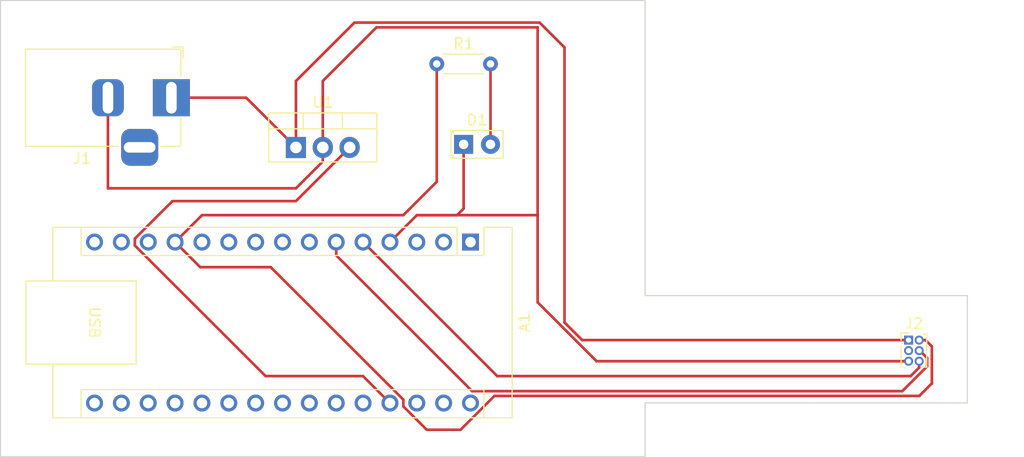
<source format=kicad_pcb>
(kicad_pcb (version 20211014) (generator pcbnew)
  (layers (0 "F.Cu" signal) (31 "B.Cu" signal) (34 "B.Paste" user) (35 "F.Paste" user) (36 "B.SilkS" user "B.Silkscreen") (37 "F.SilkS" user "F.Silkscreen") (38 "B.Mask" user) (39 "F.Mask" user) (44 "Edge.Cuts" user))
  (net 0 "")
  (net 4 "Net-(D1-Pad1)")
  (net 5 "Net-(J2-Pad6)")
  (net 6 "Net-(J2-Pad4)")
  (net 12 "Net-(A1-Pad12)")
  (net 27 "Net-(U1-Pad3)")
  (net 31 "Net-(R1-Pad2)")
  (net 32 "Net-(J2-Pad1)")
  (footprint "Module:Arduino_Nano" (layer "F.Cu") (at 92.71 73.67 -90)
    (fp_text reference "A1" (at 7.62 -5.08 90) (layer "F.SilkS"))
    (fp_text value "Arduino Nano")
    (fp_text user "USB" (at 7.62 35.56 -90 unlocked) (layer "F.SilkS"))
    (fp_line (start 11.56 31.62) (end 11.56 42.04) (layer "F.SilkS") (width 0.12))
    (fp_line (start -1.4 1.27) (end -1.4 39.5) (layer "F.SilkS") (width 0.12))
    (fp_line (start 3.68 42.04) (end 3.68 31.62) (layer "F.SilkS") (width 0.12))
    (fp_line (start 1.27 36.83) (end -1.4 36.83) (layer "F.SilkS") (width 0.12))
    (fp_line (start 16.64 39.5) (end 16.64 -3.94) (layer "F.SilkS") (width 0.12))
    (fp_line (start 13.97 -1.27) (end 16.64 -1.27) (layer "F.SilkS") (width 0.12))
    (fp_line (start 16.64 39.5) (end 11.56 39.5) (layer "F.SilkS") (width 0.12))
    (fp_line (start 1.27 1.27) (end 1.27 36.83) (layer "F.SilkS") (width 0.12))
    (fp_line (start 13.97 -1.27) (end 13.97 36.83) (layer "F.SilkS") (width 0.12))
    (fp_line (start 1.27 -1.27) (end -1.4 -1.27) (layer "F.SilkS") (width 0.12))
    (fp_line (start 11.56 42.04) (end 3.68 42.04) (layer "F.SilkS") (width 0.12))
    (fp_line (start 1.27 1.27) (end -1.4 1.27) (layer "F.SilkS") (width 0.12))
    (fp_line (start -1.4 -3.94) (end -1.4 -1.27) (layer "F.SilkS") (width 0.12))
    (fp_line (start 13.97 36.83) (end 16.64 36.83) (layer "F.SilkS") (width 0.12))
    (fp_line (start 16.64 -3.94) (end -1.4 -3.94) (layer "F.SilkS") (width 0.12))
    (fp_line (start 3.68 31.62) (end 11.56 31.62) (layer "F.SilkS") (width 0.12))
    (fp_line (start -1.4 39.5) (end 3.68 39.5) (layer "F.SilkS") (width 0.12))
    (fp_line (start 1.27 1.27) (end 1.27 -1.27) (layer "F.SilkS") (width 0.12))
    (pad "1" thru_hole rect (at 0 0 270) (size 1.6 1.6) (drill 1) (layers *.Cu *.Mask))
    (pad "2" thru_hole oval (at 0 2.54 270) (size 1.6 1.6) (drill 1) (layers *.Cu *.Mask))
    (pad "3" thru_hole oval (at 0 5.08 270) (size 1.6 1.6) (drill 1) (layers *.Cu *.Mask))
    (pad "4" thru_hole oval (at 0 7.62 270) (size 1.6 1.6) (drill 1) (layers *.Cu *.Mask) (net 4 "Net-(D1-Pad1)"))
    (pad "5" thru_hole oval (at 0 10.16 270) (size 1.6 1.6) (drill 1) (layers *.Cu *.Mask) (net 5 "Net-(J2-Pad6)"))
    (pad "6" thru_hole oval (at 0 12.7 270) (size 1.6 1.6) (drill 1) (layers *.Cu *.Mask) (net 6 "Net-(J2-Pad4)"))
    (pad "7" thru_hole oval (at 0 15.24 270) (size 1.6 1.6) (drill 1) (layers *.Cu *.Mask))
    (pad "8" thru_hole oval (at 0 17.78 270) (size 1.6 1.6) (drill 1) (layers *.Cu *.Mask))
    (pad "9" thru_hole oval (at 0 20.32 270) (size 1.6 1.6) (drill 1) (layers *.Cu *.Mask))
    (pad "10" thru_hole oval (at 0 22.86 270) (size 1.6 1.6) (drill 1) (layers *.Cu *.Mask))
    (pad "11" thru_hole oval (at 0 25.4 270) (size 1.6 1.6) (drill 1) (layers *.Cu *.Mask))
    (pad "12" thru_hole oval (at 0 27.94 270) (size 1.6 1.6) (drill 1) (layers *.Cu *.Mask) (net 12 "Net-(A1-Pad12)"))
    (pad "13" thru_hole oval (at 0 30.48 270) (size 1.6 1.6) (drill 1) (layers *.Cu *.Mask))
    (pad "14" thru_hole oval (at 0 33.02 270) (size 1.6 1.6) (drill 1) (layers *.Cu *.Mask))
    (pad "15" thru_hole oval (at 0 35.56 270) (size 1.6 1.6) (drill 1) (layers *.Cu *.Mask))
    (pad "16" thru_hole oval (at 15.24 35.56 270) (size 1.6 1.6) (drill 1) (layers *.Cu *.Mask))
    (pad "17" thru_hole oval (at 15.24 33.02 270) (size 1.6 1.6) (drill 1) (layers *.Cu *.Mask))
    (pad "18" thru_hole oval (at 15.24 30.48 270) (size 1.6 1.6) (drill 1) (layers *.Cu *.Mask))
    (pad "19" thru_hole oval (at 15.24 27.94 270) (size 1.6 1.6) (drill 1) (layers *.Cu *.Mask))
    (pad "20" thru_hole oval (at 15.24 25.4 270) (size 1.6 1.6) (drill 1) (layers *.Cu *.Mask))
    (pad "21" thru_hole oval (at 15.24 22.86 270) (size 1.6 1.6) (drill 1) (layers *.Cu *.Mask))
    (pad "22" thru_hole oval (at 15.24 20.32 270) (size 1.6 1.6) (drill 1) (layers *.Cu *.Mask))
    (pad "23" thru_hole oval (at 15.24 17.78 270) (size 1.6 1.6) (drill 1) (layers *.Cu *.Mask))
    (pad "24" thru_hole oval (at 15.24 15.24 270) (size 1.6 1.6) (drill 1) (layers *.Cu *.Mask))
    (pad "25" thru_hole oval (at 15.24 12.7 270) (size 1.6 1.6) (drill 1) (layers *.Cu *.Mask))
    (pad "26" thru_hole oval (at 15.24 10.16 270) (size 1.6 1.6) (drill 1) (layers *.Cu *.Mask))
    (pad "27" thru_hole oval (at 15.24 7.62 270) (size 1.6 1.6) (drill 1) (layers *.Cu *.Mask) (net 27 "Net-(U1-Pad3)"))
    (pad "28" thru_hole oval (at 15.24 5.08 270) (size 1.6 1.6) (drill 1) (layers *.Cu *.Mask))
    (pad "29" thru_hole oval (at 15.24 2.54 270) (size 1.6 1.6) (drill 1) (layers *.Cu *.Mask))
    (pad "30" thru_hole oval (at 15.24 0 270) (size 1.6 1.6) (drill 1) (layers *.Cu *.Mask))
  )
  (footprint "Package_TO_SOT_THT:TO-220-3_Vertical" (layer "F.Cu") (at 76.2 64.71)
    (fp_text reference "U1" (at 2.54 -4.27) (layer "F.SilkS"))
    (fp_text value "L7805")
    (fp_line (start -2.58 -3.27) (end -2.58 1.371) (layer "F.SilkS") (width 0.12))
    (fp_line (start -2.58 1.371) (end 7.66 1.371) (layer "F.SilkS") (width 0.12))
    (fp_line (start -2.58 -1.76) (end 7.66 -1.76) (layer "F.SilkS") (width 0.12))
    (fp_line (start -2.58 -3.27) (end 7.66 -3.27) (layer "F.SilkS") (width 0.12))
    (fp_line (start 7.66 -3.27) (end 7.66 1.371) (layer "F.SilkS") (width 0.12))
    (fp_line (start 0.69 -3.27) (end 0.69 -1.76) (layer "F.SilkS") (width 0.12))
    (fp_line (start 4.391 -3.27) (end 4.391 -1.76) (layer "F.SilkS") (width 0.12))
    (pad "1" thru_hole rect (at 0 0) (size 1.905 2) (drill 1.1) (layers *.Cu *.Mask) (net 32 "Net-(J2-Pad1)"))
    (pad "2" thru_hole oval (at 2.54 0) (size 1.905 2) (drill 1.1) (layers *.Cu *.Mask) (net 4 "Net-(D1-Pad1)"))
    (pad "3" thru_hole oval (at 5.08 0) (size 1.905 2) (drill 1.1) (layers *.Cu *.Mask) (net 27 "Net-(U1-Pad3)"))
  )
  (footprint "Connector_PinHeader_1.00mm:PinHeader_2x03_P1.00mm_Vertical" (layer "F.Cu") (at 134.145344 82.95)
    (fp_text reference "J2" (at 0.5 -1.56) (layer "F.SilkS"))
    (fp_text value "Propritory HP fan Connector")
    (fp_line (start -0.71 0) (end -0.71 -0.685) (layer "F.SilkS") (width 0.12))
    (fp_line (start -0.71 2.56) (end -0.394493 2.56) (layer "F.SilkS") (width 0.12))
    (fp_line (start 1.71 -0.56) (end 1.71 2.56) (layer "F.SilkS") (width 0.12))
    (fp_line (start 0.394493 2.56) (end 0.605507 2.56) (layer "F.SilkS") (width 0.12))
    (fp_line (start 1.394493 2.56) (end 1.71 2.56) (layer "F.SilkS") (width 0.12))
    (fp_line (start -0.71 -0.685) (end 0 -0.685) (layer "F.SilkS") (width 0.12))
    (fp_line (start -0.71 0.685) (end -0.608276 0.685) (layer "F.SilkS") (width 0.12))
    (fp_line (start -0.71 0.685) (end -0.71 2.56) (layer "F.SilkS") (width 0.12))
    (fp_line (start 1.394493 -0.56) (end 1.71 -0.56) (layer "F.SilkS") (width 0.12))
    (pad "1" thru_hole rect (at 0 0) (size 0.85 0.85) (drill 0.5) (layers *.Cu *.Mask) (net 32 "Net-(J2-Pad1)"))
    (pad "2" thru_hole oval (at 1 0) (size 0.85 0.85) (drill 0.5) (layers *.Cu *.Mask) (net 12 "Net-(A1-Pad12)"))
    (pad "3" thru_hole oval (at 0 1) (size 0.85 0.85) (drill 0.5) (layers *.Cu *.Mask) (net 32 "Net-(J2-Pad1)"))
    (pad "4" thru_hole oval (at 1 1) (size 0.85 0.85) (drill 0.5) (layers *.Cu *.Mask) (net 6 "Net-(J2-Pad4)"))
    (pad "5" thru_hole oval (at 0 2) (size 0.85 0.85) (drill 0.5) (layers *.Cu *.Mask) (net 4 "Net-(D1-Pad1)"))
    (pad "6" thru_hole oval (at 1 2) (size 0.85 0.85) (drill 0.5) (layers *.Cu *.Mask) (net 5 "Net-(J2-Pad6)"))
  )
  (footprint "Connector_BarrelJack:BarrelJack_Horizontal" (layer "F.Cu") (at 64.42 60.0025)
    (fp_text reference "J1" (at -8.45 5.75) (layer "F.SilkS"))
    (fp_text value "Barrel Jack(12v power)")
    (fp_line (start 0.9 -4.6) (end 0.9 -2) (layer "F.SilkS") (width 0.12))
    (fp_line (start 0.05 -4.8) (end 1.1 -4.8) (layer "F.SilkS") (width 0.12))
    (fp_line (start -13.8 4.6) (end -13.8 -4.6) (layer "F.SilkS") (width 0.12))
    (fp_line (start -13.8 -4.6) (end 0.9 -4.6) (layer "F.SilkS") (width 0.12))
    (fp_line (start 0.9 1.9) (end 0.9 4.6) (layer "F.SilkS") (width 0.12))
    (fp_line (start 1.1 -3.75) (end 1.1 -4.8) (layer "F.SilkS") (width 0.12))
    (fp_line (start 0.9 4.6) (end -1 4.6) (layer "F.SilkS") (width 0.12))
    (fp_line (start -5 4.6) (end -13.8 4.6) (layer "F.SilkS") (width 0.12))
    (pad "1" thru_hole rect (at 0 0) (size 3.5 3.5) (drill oval 1 3) (layers *.Cu *.Mask) (net 32 "Net-(J2-Pad1)"))
    (pad "2" thru_hole roundrect (at -6 0) (size 3 3.5) (drill oval 1 3) (layers *.Cu *.Mask) (net 4 "Net-(D1-Pad1)"))
    (pad "3" thru_hole roundrect (at -3 4.7) (size 3.5 3.5) (drill oval 3 1) (layers *.Cu *.Mask))
  )
  (footprint "Resistor_THT:R_Axial_DIN0204_L3.6mm_D1.6mm_P5.08mm_Horizontal" (layer "F.Cu") (at 89.52 56.8)
    (fp_text reference "R1" (at 2.54 -1.92) (layer "F.SilkS"))
    (fp_text value "220 Ohm")
    (fp_line (start 0.62 -0.92) (end 4.46 -0.92) (layer "F.SilkS") (width 0.12))
    (fp_line (start 0.62 0.92) (end 4.46 0.92) (layer "F.SilkS") (width 0.12))
    (pad "1" thru_hole circle (at 0 0) (size 1.4 1.4) (drill 0.7) (layers *.Cu *.Mask) (net 12 "Net-(A1-Pad12)"))
    (pad "2" thru_hole oval (at 5.08 0) (size 1.4 1.4) (drill 0.7) (layers *.Cu *.Mask) (net 31 "Net-(R1-Pad2)"))
  )
  (footprint "LED_THT:LED_D2.0mm_W4.8mm_H2.5mm_FlatTop" (layer "F.Cu") (at 92.06 64.42)
    (fp_text reference "D1" (at 1.27 -2.31) (layer "F.SilkS"))
    (fp_text value "LED")
    (fp_line (start -0.95 -1.31) (end -0.95 -1.08) (layer "F.SilkS") (width 0.12))
    (fp_line (start 3.73 -1.31) (end 3.73 1.31) (layer "F.SilkS") (width 0.12))
    (fp_line (start -1.19 -1.31) (end -1.19 1.31) (layer "F.SilkS") (width 0.12))
    (fp_line (start -1.07 -1.31) (end -1.07 -1.08) (layer "F.SilkS") (width 0.12))
    (fp_line (start -1.19 -1.31) (end 3.73 -1.31) (layer "F.SilkS") (width 0.12))
    (fp_line (start -1.07 1.08) (end -1.07 1.31) (layer "F.SilkS") (width 0.12))
    (fp_line (start -1.19 1.31) (end 3.73 1.31) (layer "F.SilkS") (width 0.12))
    (fp_line (start -0.95 1.08) (end -0.95 1.31) (layer "F.SilkS") (width 0.12))
    (pad "1" thru_hole rect (at 0 0) (size 1.8 1.8) (drill 0.9) (layers *.Cu *.Mask) (net 4 "Net-(D1-Pad1)"))
    (pad "2" thru_hole circle (at 2.54 0) (size 1.8 1.8) (drill 0.9) (layers *.Cu *.Mask) (net 31 "Net-(R1-Pad2)"))
  )
  (gr_line (start 109.22 93.98) (end 48.26 93.98) (layer "Edge.Cuts") (width 0.1))
  (gr_line (start 109.22 78.74) (end 139.7 78.74) (layer "Edge.Cuts") (width 0.1))
  (gr_line (start 109.22 73.66) (end 109.22 76.2) (layer "Edge.Cuts") (width 0.1))
  (gr_line (start 109.22 50.8) (end 109.22 73.66) (layer "Edge.Cuts") (width 0.1))
  (gr_line (start 139.7 78.74) (end 139.7 88.9) (layer "Edge.Cuts") (width 0.1))
  (gr_line (start 139.7 88.9) (end 124.46 88.9) (layer "Edge.Cuts") (width 0.1))
  (gr_line (start 48.26 50.8) (end 109.22 50.8) (layer "Edge.Cuts") (width 0.1))
  (gr_line (start 109.22 88.9) (end 109.22 93.98) (layer "Edge.Cuts") (width 0.1))
  (gr_line (start 109.22 76.2) (end 109.22 78.74) (layer "Edge.Cuts") (width 0.1))
  (gr_line (start 48.26 93.98) (end 48.26 50.8) (layer "Edge.Cuts") (width 0.1))
  (gr_line (start 124.46 88.9) (end 109.22 88.9) (layer "Edge.Cuts") (width 0.1))
  (segment (start 99.06 71.12) (end 99.06 79.376396) (width 0.25) (layer "F.Cu") (net 4))
  (segment (start 104.633604 84.95) (end 134.145344 84.95) (width 0.25) (layer "F.Cu") (net 4))
  (segment (start 78.74 64.71) (end 78.74 58.42) (width 0.25) (layer "F.Cu") (net 4))
  (segment (start 58.42 68.58) (end 76.2 68.58) (width 0.25) (layer "F.Cu") (net 4))
  (segment (start 78.74 58.42) (end 83.82 53.34) (width 0.25) (layer "F.Cu") (net 4))
  (segment (start 76.2 68.58) (end 78.74 66.04) (width 0.25) (layer "F.Cu") (net 4))
  (segment (start 99.06 79.376396) (end 104.633604 84.95) (width 0.25) (layer "F.Cu") (net 4))
  (segment (start 91.44 71.12) (end 87.64 71.12) (width 0.25) (layer "F.Cu") (net 4))
  (segment (start 92.06 64.42) (end 92.06 70.5) (width 0.25) (layer "F.Cu") (net 4))
  (segment (start 78.74 66.04) (end 78.74 64.71) (width 0.25) (layer "F.Cu") (net 4))
  (segment (start 92.06 70.5) (end 91.44 71.12) (width 0.25) (layer "F.Cu") (net 4))
  (segment (start 58.42 60.0025) (end 58.42 68.58) (width 0.25) (layer "F.Cu") (net 4))
  (segment (start 99.06 71.12) (end 87.64 71.12) (width 0.25) (layer "F.Cu") (net 4))
  (segment (start 99.06 53.34) (end 99.06 71.12) (width 0.25) (layer "F.Cu") (net 4))
  (segment (start 83.82 53.34) (end 99.06 53.34) (width 0.25) (layer "F.Cu") (net 4))
  (segment (start 87.64 71.12) (end 85.09 73.67) (width 0.25) (layer "F.Cu") (net 4))
  (segment (start 95.24 86.36) (end 82.55 73.67) (width 0.25) (layer "F.Cu") (net 5))
  (segment (start 134.336384 86.36) (end 95.24 86.36) (width 0.25) (layer "F.Cu") (net 5))
  (segment (start 135.145344 84.95) (end 135.145344 85.55104) (width 0.25) (layer "F.Cu") (net 5))
  (segment (start 135.145344 85.55104) (end 134.336384 86.36) (width 0.25) (layer "F.Cu") (net 5))
  (segment (start 80.01 74.93) (end 92.865 87.785) (width 0.25) (layer "F.Cu") (net 6))
  (segment (start 135.895344 84.639339) (end 135.076005 83.82) (width 0.25) (layer "F.Cu") (net 6))
  (segment (start 133.54778 87.785) (end 135.895344 85.437436) (width 0.25) (layer "F.Cu") (net 6))
  (segment (start 135.025344 83.95) (end 135.145344 83.95) (width 0.25) (layer "F.Cu") (net 6))
  (segment (start 134.895344 83.82) (end 135.025344 83.95) (width 0.25) (layer "F.Cu") (net 6))
  (segment (start 135.895344 85.437436) (end 135.895344 84.639339) (width 0.25) (layer "F.Cu") (net 6))
  (segment (start 80.01 73.67) (end 80.01 74.93) (width 0.25) (layer "F.Cu") (net 6))
  (segment (start 92.865 87.785) (end 133.54778 87.785) (width 0.25) (layer "F.Cu") (net 6))
  (segment (start 135.076005 83.82) (end 134.895344 83.82) (width 0.25) (layer "F.Cu") (net 6))
  (segment (start 64.77 73.67) (end 67.32 71.12) (width 0.25) (layer "F.Cu") (net 12))
  (segment (start 135.145344 82.95) (end 135.746384 82.95) (width 0.25) (layer "F.Cu") (net 12))
  (segment (start 135.746384 82.95) (end 136.345344 83.54896) (width 0.25) (layer "F.Cu") (net 12))
  (segment (start 73.818288 76.047297) (end 67.147297 76.047297) (width 0.25) (layer "F.Cu") (net 12))
  (segment (start 67.32 71.12) (end 86.36 71.12) (width 0.25) (layer "F.Cu") (net 12))
  (segment (start 88.569009 91.44) (end 86.36 89.230991) (width 0.25) (layer "F.Cu") (net 12))
  (segment (start 135.16 88.235) (end 94.975991 88.235) (width 0.25) (layer "F.Cu") (net 12))
  (segment (start 136.345344 83.54896) (end 136.345344 87.049656) (width 0.25) (layer "F.Cu") (net 12))
  (segment (start 67.147297 76.047297) (end 64.77 73.67) (width 0.25) (layer "F.Cu") (net 12))
  (segment (start 94.975991 88.235) (end 91.770991 91.44) (width 0.25) (layer "F.Cu") (net 12))
  (segment (start 91.770991 91.44) (end 88.569009 91.44) (width 0.25) (layer "F.Cu") (net 12))
  (segment (start 86.36 89.230991) (end 86.36 88.589009) (width 0.25) (layer "F.Cu") (net 12))
  (segment (start 86.36 71.12) (end 89.52 67.96) (width 0.25) (layer "F.Cu") (net 12))
  (segment (start 136.345344 87.049656) (end 135.16 88.235) (width 0.25) (layer "F.Cu") (net 12))
  (segment (start 86.36 88.589009) (end 73.818288 76.047297) (width 0.25) (layer "F.Cu") (net 12))
  (segment (start 89.52 67.96) (end 89.52 56.8) (width 0.25) (layer "F.Cu") (net 12))
  (segment (start 73.329009 86.36) (end 82.54 86.36) (width 0.25) (layer "F.Cu") (net 27))
  (segment (start 60.96 73.990991) (end 73.329009 86.36) (width 0.25) (layer "F.Cu") (net 27))
  (segment (start 81.28 64.71) (end 76.2 69.79) (width 0.25) (layer "F.Cu") (net 27))
  (segment (start 82.54 86.36) (end 85.09 88.91) (width 0.25) (layer "F.Cu") (net 27))
  (segment (start 64.519009 69.79) (end 60.96 73.349009) (width 0.25) (layer "F.Cu") (net 27))
  (segment (start 76.2 69.79) (end 64.519009 69.79) (width 0.25) (layer "F.Cu") (net 27))
  (segment (start 60.96 73.349009) (end 60.96 73.990991) (width 0.25) (layer "F.Cu") (net 27))
  (segment (start 94.6 56.8) (end 94.6 64.42) (width 0.25) (layer "F.Cu") (net 31))
  (segment (start 76.2 58.42) (end 81.73 52.89) (width 0.25) (layer "F.Cu") (net 32))
  (segment (start 81.73 52.89) (end 99.246396 52.89) (width 0.25) (layer "F.Cu") (net 32))
  (segment (start 103.27 82.95) (end 134.145344 82.95) (width 0.25) (layer "F.Cu") (net 32))
  (segment (start 101.6 81.28) (end 103.27 82.95) (width 0.25) (layer "F.Cu") (net 32))
  (segment (start 101.6 55.243604) (end 101.6 81.28) (width 0.25) (layer "F.Cu") (net 32))
  (segment (start 71.4925 60.0025) (end 76.2 64.71) (width 0.25) (layer "F.Cu") (net 32))
  (segment (start 76.2 64.71) (end 76.2 58.42) (width 0.25) (layer "F.Cu") (net 32))
  (segment (start 99.246396 52.89) (end 101.6 55.243604) (width 0.25) (layer "F.Cu") (net 32))
  (segment (start 64.42 60.0025) (end 71.4925 60.0025) (width 0.25) (layer "F.Cu") (net 32))
)
</source>
